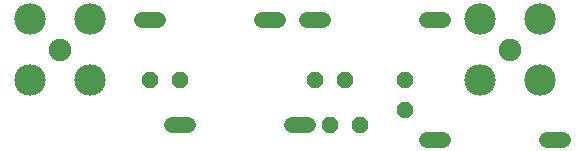
<source format=gbr>
G04 EAGLE Gerber RS-274X export*
G75*
%MOMM*%
%FSLAX34Y34*%
%LPD*%
%INBottom Copper*%
%IPPOS*%
%AMOC8*
5,1,8,0,0,1.08239X$1,22.5*%
G01*
%ADD10C,1.905000*%
%ADD11C,2.667000*%
%ADD12C,1.320800*%
%ADD13P,1.429621X8X22.500000*%
%ADD14P,1.429621X8X292.500000*%
%ADD15C,0.152400*%


D10*
X469900Y914400D03*
D11*
X444401Y888901D03*
X495399Y888901D03*
X495399Y939899D03*
X444401Y939899D03*
D10*
X88900Y914400D03*
D11*
X114399Y939899D03*
X63401Y939899D03*
X63401Y888901D03*
X114399Y888901D03*
D12*
X158496Y939800D02*
X171704Y939800D01*
X260096Y939800D02*
X273304Y939800D01*
X298196Y939800D02*
X311404Y939800D01*
X399796Y939800D02*
X413004Y939800D01*
X298704Y850900D02*
X285496Y850900D01*
X197104Y850900D02*
X183896Y850900D01*
X399796Y838200D02*
X413004Y838200D01*
X501396Y838200D02*
X514604Y838200D01*
D13*
X165100Y889000D03*
X190500Y889000D03*
X304800Y889000D03*
X330200Y889000D03*
X317500Y850900D03*
X342900Y850900D03*
D14*
X381000Y889000D03*
X381000Y863600D03*
D15*
X507492Y838200D02*
X508000Y838200D01*
X114399Y888901D02*
X114300Y890016D01*
X381000Y863600D02*
X381508Y864108D01*
M02*

</source>
